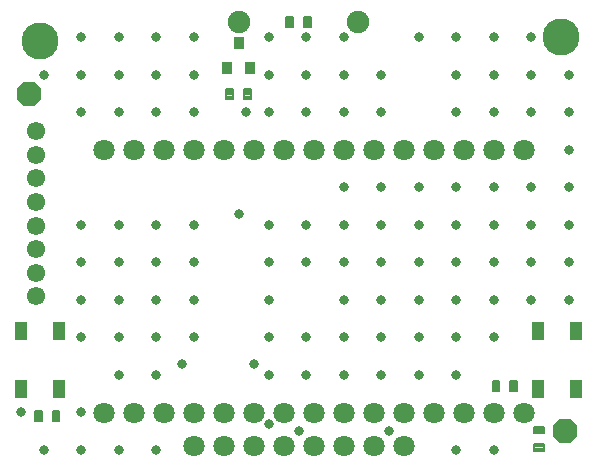
<source format=gts>
G75*
%MOIN*%
%OFA0B0*%
%FSLAX25Y25*%
%IPPOS*%
%LPD*%
%AMOC8*
5,1,8,0,0,1.08239X$1,22.5*
%
%ADD10C,0.12311*%
%ADD11C,0.00716*%
%ADD12C,0.07100*%
%ADD13C,0.07500*%
%ADD14R,0.03650X0.04043*%
%ADD15OC8,0.08100*%
%ADD16C,0.06100*%
%ADD17R,0.04437X0.06406*%
%ADD18C,0.03200*%
%ADD19C,0.03278*%
D10*
X0027196Y0150250D03*
X0200946Y0151500D03*
D11*
X0117471Y0154837D02*
X0115325Y0154837D01*
X0115325Y0158163D01*
X0117471Y0158163D01*
X0117471Y0154837D01*
X0117471Y0155552D02*
X0115325Y0155552D01*
X0115325Y0156267D02*
X0117471Y0156267D01*
X0117471Y0156982D02*
X0115325Y0156982D01*
X0115325Y0157697D02*
X0117471Y0157697D01*
X0111566Y0154837D02*
X0109420Y0154837D01*
X0109420Y0158163D01*
X0111566Y0158163D01*
X0111566Y0154837D01*
X0111566Y0155552D02*
X0109420Y0155552D01*
X0109420Y0156267D02*
X0111566Y0156267D01*
X0111566Y0156982D02*
X0109420Y0156982D01*
X0109420Y0157697D02*
X0111566Y0157697D01*
X0097471Y0131087D02*
X0095325Y0131087D01*
X0095325Y0134413D01*
X0097471Y0134413D01*
X0097471Y0131087D01*
X0097471Y0131802D02*
X0095325Y0131802D01*
X0095325Y0132517D02*
X0097471Y0132517D01*
X0097471Y0133232D02*
X0095325Y0133232D01*
X0095325Y0133947D02*
X0097471Y0133947D01*
X0091566Y0131087D02*
X0089420Y0131087D01*
X0089420Y0134413D01*
X0091566Y0134413D01*
X0091566Y0131087D01*
X0091566Y0131802D02*
X0089420Y0131802D01*
X0089420Y0132517D02*
X0091566Y0132517D01*
X0091566Y0133232D02*
X0089420Y0133232D01*
X0089420Y0133947D02*
X0091566Y0133947D01*
X0178170Y0033587D02*
X0180316Y0033587D01*
X0178170Y0033587D02*
X0178170Y0036913D01*
X0180316Y0036913D01*
X0180316Y0033587D01*
X0180316Y0034302D02*
X0178170Y0034302D01*
X0178170Y0035017D02*
X0180316Y0035017D01*
X0180316Y0035732D02*
X0178170Y0035732D01*
X0178170Y0036447D02*
X0180316Y0036447D01*
X0184075Y0033587D02*
X0186221Y0033587D01*
X0184075Y0033587D02*
X0184075Y0036913D01*
X0186221Y0036913D01*
X0186221Y0033587D01*
X0186221Y0034302D02*
X0184075Y0034302D01*
X0184075Y0035017D02*
X0186221Y0035017D01*
X0186221Y0035732D02*
X0184075Y0035732D01*
X0184075Y0036447D02*
X0186221Y0036447D01*
X0195109Y0021776D02*
X0195109Y0019630D01*
X0191783Y0019630D01*
X0191783Y0021776D01*
X0195109Y0021776D01*
X0195109Y0020345D02*
X0191783Y0020345D01*
X0191783Y0021060D02*
X0195109Y0021060D01*
X0195109Y0021775D02*
X0191783Y0021775D01*
X0195109Y0015870D02*
X0195109Y0013724D01*
X0191783Y0013724D01*
X0191783Y0015870D01*
X0195109Y0015870D01*
X0195109Y0014439D02*
X0191783Y0014439D01*
X0191783Y0015154D02*
X0195109Y0015154D01*
X0195109Y0015869D02*
X0191783Y0015869D01*
X0033721Y0026913D02*
X0031575Y0026913D01*
X0033721Y0026913D02*
X0033721Y0023587D01*
X0031575Y0023587D01*
X0031575Y0026913D01*
X0031575Y0024302D02*
X0033721Y0024302D01*
X0033721Y0025017D02*
X0031575Y0025017D01*
X0031575Y0025732D02*
X0033721Y0025732D01*
X0033721Y0026447D02*
X0031575Y0026447D01*
X0027816Y0026913D02*
X0025670Y0026913D01*
X0027816Y0026913D02*
X0027816Y0023587D01*
X0025670Y0023587D01*
X0025670Y0026913D01*
X0025670Y0024302D02*
X0027816Y0024302D01*
X0027816Y0025017D02*
X0025670Y0025017D01*
X0025670Y0025732D02*
X0027816Y0025732D01*
X0027816Y0026447D02*
X0025670Y0026447D01*
D12*
X0048446Y0026352D03*
X0058446Y0026352D03*
X0068446Y0026352D03*
X0078446Y0026352D03*
X0088446Y0026352D03*
X0088446Y0015250D03*
X0078446Y0015250D03*
X0098446Y0015250D03*
X0108446Y0015250D03*
X0108446Y0026352D03*
X0098446Y0026352D03*
X0118446Y0026352D03*
X0128446Y0026352D03*
X0138446Y0026352D03*
X0138446Y0015250D03*
X0128446Y0015250D03*
X0118446Y0015250D03*
X0148446Y0015250D03*
X0148446Y0026352D03*
X0158446Y0026352D03*
X0168446Y0026352D03*
X0178446Y0026352D03*
X0188446Y0026352D03*
X0188446Y0114148D03*
X0178446Y0114148D03*
X0168446Y0114148D03*
X0158446Y0114148D03*
X0148446Y0114148D03*
X0138446Y0114148D03*
X0128446Y0114148D03*
X0118446Y0114148D03*
X0108446Y0114148D03*
X0098446Y0114148D03*
X0088446Y0114148D03*
X0078446Y0114148D03*
X0068446Y0114148D03*
X0058446Y0114148D03*
X0048446Y0114148D03*
D13*
X0093761Y0156500D03*
X0133131Y0156500D03*
D14*
X0097186Y0141313D03*
X0089706Y0141313D03*
X0093446Y0149581D03*
D15*
X0023446Y0132750D03*
X0202196Y0020250D03*
D16*
X0025946Y0065191D03*
X0025946Y0073065D03*
X0025946Y0080939D03*
X0025946Y0088813D03*
X0025946Y0096687D03*
X0025946Y0104561D03*
X0025946Y0112435D03*
X0025946Y0120309D03*
D17*
X0020896Y0053646D03*
X0033495Y0053646D03*
X0033495Y0034354D03*
X0020896Y0034354D03*
X0193396Y0034354D03*
X0205995Y0034354D03*
X0205995Y0053646D03*
X0193396Y0053646D03*
D18*
X0020946Y0026500D03*
X0028446Y0014000D03*
X0040946Y0014000D03*
X0053446Y0014000D03*
X0065946Y0014000D03*
X0040946Y0026500D03*
X0053446Y0039000D03*
X0065946Y0039000D03*
X0074696Y0042750D03*
X0078446Y0051500D03*
X0078446Y0064000D03*
X0078446Y0076500D03*
X0078446Y0089000D03*
X0065946Y0089000D03*
X0065946Y0076500D03*
X0065946Y0064000D03*
X0065946Y0051500D03*
X0053446Y0051500D03*
X0053446Y0064000D03*
X0053446Y0076500D03*
X0053446Y0089000D03*
X0040946Y0089000D03*
X0040946Y0076500D03*
X0040946Y0064000D03*
X0040946Y0051500D03*
X0093446Y0092750D03*
X0103446Y0089000D03*
X0115946Y0089000D03*
X0115946Y0076500D03*
X0103446Y0076500D03*
X0103446Y0064000D03*
X0103446Y0051500D03*
X0098446Y0042750D03*
X0103446Y0039000D03*
X0115946Y0039000D03*
X0115946Y0051500D03*
X0128446Y0051500D03*
X0140946Y0051500D03*
X0140946Y0039000D03*
X0128446Y0039000D03*
X0128446Y0064000D03*
X0140946Y0064000D03*
X0140946Y0076500D03*
X0140946Y0089000D03*
X0140946Y0101500D03*
X0128446Y0101500D03*
X0128446Y0089000D03*
X0128446Y0076500D03*
X0153446Y0076500D03*
X0165946Y0076500D03*
X0165946Y0064000D03*
X0165946Y0051500D03*
X0165946Y0039000D03*
X0153446Y0039000D03*
X0153446Y0051500D03*
X0153446Y0064000D03*
X0153446Y0089000D03*
X0165946Y0089000D03*
X0165946Y0101500D03*
X0153446Y0101500D03*
X0165946Y0126500D03*
X0178446Y0126500D03*
X0190946Y0126500D03*
X0203446Y0126500D03*
X0203446Y0114000D03*
X0203446Y0101500D03*
X0203446Y0089000D03*
X0203446Y0076500D03*
X0203446Y0064000D03*
X0190946Y0064000D03*
X0190946Y0076500D03*
X0190946Y0089000D03*
X0190946Y0101500D03*
X0178446Y0101500D03*
X0178446Y0089000D03*
X0178446Y0076500D03*
X0178446Y0064000D03*
X0178446Y0051500D03*
X0178446Y0014000D03*
X0165946Y0014000D03*
X0140946Y0126500D03*
X0128446Y0126500D03*
X0128446Y0139000D03*
X0140946Y0139000D03*
X0128446Y0151500D03*
X0115946Y0151500D03*
X0115946Y0139000D03*
X0103446Y0139000D03*
X0103446Y0151500D03*
X0103446Y0126500D03*
X0095946Y0126500D03*
X0078446Y0126500D03*
X0078446Y0139000D03*
X0078446Y0151500D03*
X0065946Y0151500D03*
X0065946Y0139000D03*
X0053446Y0139000D03*
X0053446Y0151500D03*
X0040946Y0151500D03*
X0040946Y0139000D03*
X0040946Y0126500D03*
X0053446Y0126500D03*
X0065946Y0126500D03*
X0028446Y0139000D03*
X0115946Y0126500D03*
X0153446Y0151500D03*
X0165946Y0151500D03*
X0165946Y0139000D03*
X0178446Y0139000D03*
X0190946Y0139000D03*
X0190946Y0151500D03*
X0178446Y0151500D03*
X0203446Y0139000D03*
D19*
X0103446Y0022750D03*
X0113446Y0020250D03*
X0143446Y0020250D03*
M02*

</source>
